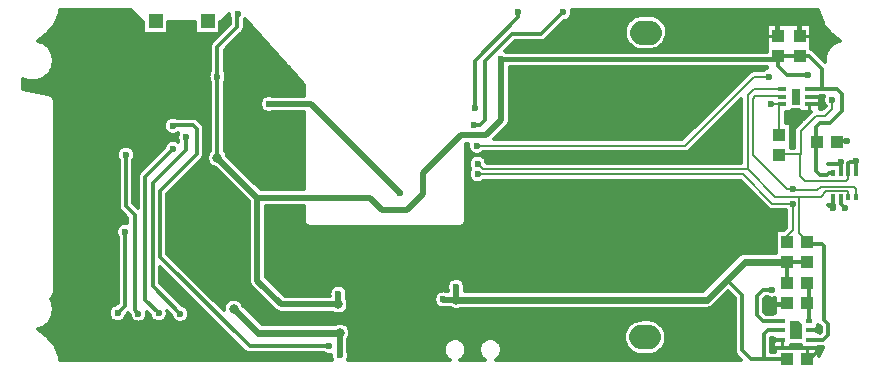
<source format=gbr>
G04 DipTrace 3.2.0.1*
G04 Bottom.gbr*
%MOIN*%
G04 #@! TF.FileFunction,Copper,L2,Bot*
G04 #@! TF.Part,Single*
%AMOUTLINE3*
4,1,16,
-0.011741,0.041358,
-0.029685,0.037294,
-0.044088,0.025848,
-0.052097,0.009286,
-0.052129,-0.009112,
-0.044175,-0.025701,
-0.02981,-0.037196,
-0.011881,-0.041319,
0.011741,-0.041358,
0.029685,-0.037294,
0.044088,-0.025848,
0.052097,-0.009286,
0.052129,0.009112,
0.044175,0.025701,
0.02981,0.037196,
0.011881,0.041319,
-0.011741,0.041358,
0*%
%AMOUTLINE9*
4,1,5,
-0.020669,0.029528,
-0.020669,-0.029528,
0.020669,-0.029528,
0.020669,0.017717,
0.008858,0.029528,
-0.020669,0.029528,
0*%
G04 #@! TA.AperFunction,CopperBalancing*
%ADD10C,0.009843*%
%ADD15C,0.011811*%
G04 #@! TA.AperFunction,Conductor*
%ADD16C,0.019685*%
%ADD17C,0.027559*%
%ADD18C,0.015748*%
G04 #@! TA.AperFunction,ViaPad*
%ADD19C,0.023622*%
G04 #@! TA.AperFunction,Conductor*
%ADD21C,0.007874*%
%ADD22C,0.005906*%
%ADD24R,0.03937X0.043307*%
%ADD25R,0.043307X0.03937*%
G04 #@! TA.AperFunction,ComponentPad*
%ADD33R,0.047244X0.047244*%
%ADD45R,0.031496X0.011811*%
%ADD46R,0.025591X0.05315*%
%ADD47R,0.01378X0.019685*%
%ADD49R,0.021654X0.015748*%
G04 #@! TA.AperFunction,ViaPad*
%ADD50C,0.031496*%
G04 #@! TA.AperFunction,ComponentPad*
%ADD104OUTLINE3*%
%ADD110OUTLINE9*%
%FSLAX26Y26*%
G04*
G70*
G90*
G75*
G01*
G04 Bottom*
%LPD*%
X-694618Y-277623D2*
D15*
X-726623D1*
X-888059Y-116188D1*
X-415990Y-260925D2*
X-256640D1*
X-208514Y-212799D1*
X-416062Y-294970D2*
X-231933D1*
X-207365Y-270402D1*
X-208514Y-212799D2*
D17*
X217707D1*
X328386D1*
X494230D1*
X533759Y-173270D1*
X575211Y-131818D1*
X623004Y-84025D1*
X707654Y625D1*
X-208514Y-212799D2*
D15*
Y-270402D1*
X-207365D1*
X-415990Y-260925D2*
Y-294898D1*
X-416062Y-294970D1*
X-633000Y53010D2*
Y315080D1*
X-530367Y417713D1*
X1338198Y75717D2*
Y40739D1*
X1338583Y40354D1*
X1312915Y-76350D2*
Y-40432D1*
X1312992Y-40354D1*
X1234252Y293898D2*
X1268140D1*
X1273068Y288970D1*
Y281741D1*
Y272967D1*
X1268408Y268307D1*
X1234252D1*
X1272385Y281741D2*
X1273068D1*
X574362Y-130969D2*
D17*
X575211Y-131818D1*
X533396Y-172909D2*
X533759Y-173270D1*
X470004Y-12916D2*
D15*
Y-60041D1*
Y-110022D1*
Y-60041D2*
X599020D1*
X622155Y-83176D1*
X564253Y216996D2*
X625659D1*
X628514Y219852D1*
X692776D1*
X707206Y-164790D2*
X770507D1*
X835953D1*
X837026Y-163717D1*
X707206Y-164790D2*
Y-194831D1*
X727592Y-215217D1*
Y-259205D1*
X729738Y-261350D1*
X625667Y-264570D2*
X677165D1*
X679311Y-262424D1*
X728664D1*
X729738Y-261350D1*
X812350Y-49990D2*
X865995D1*
X868140Y-47844D1*
X917493D1*
X812350Y-49990D2*
Y-95052D1*
X834881Y-117583D1*
Y-161571D1*
X837026Y-163717D1*
X-1212777Y543068D2*
X-1177281D1*
X-1176858Y542646D1*
X-1140802D1*
X-1140545Y542903D1*
X-1105442D1*
X-1104837Y542298D1*
X-546370Y-182500D2*
Y-212530D1*
Y-249885D1*
X-546382Y-249896D1*
X-520463Y-229442D2*
Y-263357D1*
X-519252Y-264568D1*
X-528067D1*
X-546382Y-282883D1*
X328386Y-208490D2*
D17*
Y-212799D1*
X282769Y-84944D2*
D15*
Y-130562D1*
X303676Y-151469D1*
Y-183780D1*
X328386Y-208490D1*
Y-229398D1*
X362598Y-263610D1*
Y-264681D1*
X420352Y-322434D1*
X410018D1*
X408215Y-320631D1*
X285743Y97126D2*
X413118D1*
X413440Y97448D1*
X537462Y376927D2*
X503249D1*
X469037Y342714D1*
X451930D1*
X410115Y300899D1*
X358797Y249580D1*
Y232474D1*
X313180Y186857D1*
X1262466Y-484724D2*
X1234252D1*
Y-484449D1*
X1110341Y-399982D2*
X1154005D1*
X1160850Y-393136D1*
X1225660Y-580743D2*
X1235037D1*
X1263286Y-552493D1*
X1115642Y-515936D2*
X1143692D1*
X1143701Y-515945D1*
X217707Y-285301D2*
Y-212799D1*
X202064Y-331870D2*
Y-330547D1*
X217449Y-315163D1*
Y-285559D1*
X217707Y-285301D1*
X1199034Y559273D2*
Y500656D1*
X1203427Y496264D1*
X1127211Y558386D2*
Y498671D1*
X1129807Y496075D1*
X1360802Y147020D2*
X1329100D1*
X1325954Y143875D1*
X-1046606Y-156293D2*
Y-402795D1*
X-1071583Y-427772D1*
X-366479Y-537298D2*
X-631579D1*
X-929753Y-239123D1*
Y-18940D1*
X-807867Y102946D1*
Y187493D1*
X-819882Y199508D1*
X-884648D1*
X-886839Y197318D1*
X-336311Y-397601D2*
D16*
X-526521D1*
X-605440Y-318682D1*
Y-42785D1*
X-738764Y90539D1*
X-605440Y-42785D2*
X-228856D1*
X-189008Y-82633D1*
X-105921D1*
X-53993Y-30705D1*
Y39399D1*
X72434Y165827D1*
X155730D1*
X207510Y217608D1*
Y418605D1*
X-738764Y90539D2*
D15*
Y361262D1*
Y460934D1*
X-672647Y527051D1*
Y569031D1*
X-671109Y570570D1*
X-738643Y361262D2*
X-738764D1*
X207510Y418605D2*
D18*
X1119266D1*
X1129807Y429146D1*
X1338583Y-40354D2*
D15*
Y-61891D1*
X1354639Y-77948D1*
X1391113Y78234D2*
X1389764D1*
Y40354D1*
X1364173D2*
Y71660D1*
X1369987Y77474D1*
X1390353D1*
X1364173Y40354D2*
D21*
Y19052D1*
X1357740Y12619D1*
X1221039D1*
X1204298Y29361D1*
Y102564D1*
X1205105D1*
Y178335D1*
X1256474Y229705D1*
X1285950D1*
X1310722Y254476D1*
Y283896D1*
X1230722Y365404D2*
D15*
X1158438D1*
X1128257Y395585D1*
Y427596D1*
X1129807Y429146D1*
X1203238D1*
X1203427Y429335D1*
X1312992Y40354D2*
X1298824D1*
X1291601Y33131D1*
X1268239D1*
X1255690Y45680D1*
Y147209D1*
Y192584D1*
X1268416Y205308D1*
X1302131D1*
X1343773Y246950D1*
Y303598D1*
X1327764Y319608D1*
X1276911D1*
X1234371D1*
X1234252Y319488D1*
X1276911Y319608D2*
Y385005D1*
X1232581Y429335D1*
X1203427D1*
X58022Y-382133D2*
D19*
X893029D1*
X958613Y-316549D1*
X1018814Y-256348D1*
X1159285D1*
D15*
X1226312D1*
X1227026Y-255634D1*
X1204298Y102564D2*
D21*
X1135546D1*
D15*
X1134127Y101146D1*
X1159285Y-256348D2*
Y-325923D1*
X1159629Y-326266D1*
X58022Y-382133D2*
D16*
Y-341333D1*
D15*
X56930Y-340241D1*
X58022Y-382133D2*
D16*
X13446D1*
Y-381815D1*
X1158731Y-580743D2*
D15*
X1039581D1*
X1009609Y-550770D1*
Y-367545D1*
X958613Y-316549D1*
X1143701Y-484449D2*
X1095531D1*
X1082962Y-497018D1*
Y-581172D1*
X1158302D1*
X1158731Y-580743D1*
X-335609Y-362201D2*
D16*
Y-396899D1*
D15*
X-336311Y-397601D1*
X1255690Y147209D2*
X1259025Y143875D1*
X-1043566Y100669D2*
Y-71160D1*
X-1014594Y-100131D1*
Y-416007D1*
X-1002088Y-428513D1*
X-886719Y119776D2*
X-978923Y27572D1*
Y-384420D1*
X-934912Y-428430D1*
X-843021Y158517D2*
Y117577D1*
X-954938Y5660D1*
Y-337513D1*
X-862783Y-429668D1*
X-684281Y-412866D2*
D19*
X-603272Y-493875D1*
X-330144D1*
D16*
X-330510Y-568262D1*
X118135Y255948D2*
D15*
Y414428D1*
X261930Y558223D1*
Y576303D1*
X117781Y200285D2*
X134991D1*
X151416Y216710D1*
Y411976D1*
X243114Y503675D1*
X340845D1*
X412587Y575416D1*
X-567083Y269990D2*
D16*
X-426353D1*
X-130916Y-25448D1*
X1364173Y-40354D2*
D22*
Y-24711D1*
X1359311Y-19849D1*
X1291333D1*
X1271497Y-39685D1*
X1198507D1*
X1120224D1*
X1028146Y52394D1*
Y300482D1*
X1048175Y320510D1*
X1142678D1*
X1143701Y319488D1*
X1198507Y-39685D2*
Y-160185D1*
X1227026Y-188705D1*
X1028146Y52394D2*
X146302D1*
X128172Y70524D1*
X1234252Y-515945D2*
D15*
X1280495D1*
X1296340Y-500100D1*
Y-464121D1*
X1282066Y-449846D1*
Y-203965D1*
X1274798Y-196697D1*
X1235018D1*
X1227026Y-188705D1*
X1389764Y-40354D2*
D22*
Y-13448D1*
X1382140Y-5824D1*
X1272642D1*
X1261344Y-17122D1*
X1179144D1*
Y-14865D1*
X1160752D1*
X1045213Y100675D1*
Y287018D1*
X1054329Y296135D1*
X1141463D1*
X1143701Y293898D1*
X1179144Y-14659D2*
Y-14865D1*
X1178556Y-62328D2*
Y-150988D1*
X1160907Y-168638D1*
Y-189419D1*
X1159285D1*
X1178556Y-62328D2*
X1111318D1*
X1013567Y35423D1*
X128765D1*
X128156Y36031D1*
X1143701Y-452953D2*
D15*
X1078579D1*
X1060089Y-434463D1*
Y-368941D1*
X1080231Y-348799D1*
X1110512D1*
X1134127Y168075D2*
D21*
X1132808D1*
Y268307D1*
X1143701D1*
X1107214D1*
Y268638D1*
X126572Y130303D2*
X819690D1*
X1049182Y359795D1*
X1099832D1*
X1234252Y-452953D2*
D15*
Y-386664D1*
Y-333961D1*
X1226558Y-326266D1*
X1234252Y-386664D2*
X1227780Y-393136D1*
D19*
X261930Y576303D3*
X412587Y575416D3*
X-671109Y570570D3*
X1199034Y559273D3*
X1127211Y558386D3*
X1164453D3*
X-1212777Y543068D3*
X-1140545Y542903D3*
X-1176858Y542646D3*
X-1104837Y542298D3*
X-530367Y417713D3*
X207510Y418605D3*
X-505134Y389213D3*
X303703Y386012D3*
X537462Y376927D3*
X1230722Y365404D3*
X-480633Y362223D3*
X281180Y361987D3*
X-738643Y361262D3*
X1099832Y359795D3*
X469037Y342714D3*
X256155Y334959D3*
X410115Y300899D3*
X1310722Y283896D3*
X1272385Y281741D3*
X1107214Y268638D3*
X-567083Y269990D3*
X118135Y255948D3*
X358797Y249580D3*
X628514Y219852D3*
X692776D3*
X564253Y216996D3*
X-614222Y202682D3*
X117781Y200285D3*
X-886839Y197318D3*
X313180Y186857D3*
X-613135Y169499D3*
X-843021Y158517D3*
X-612235Y134209D3*
X126572Y130303D3*
X-483547Y125005D3*
X-886719Y119776D3*
X-1043566Y100669D3*
X413440Y97448D3*
X285743Y97126D3*
D50*
X-738764Y90539D3*
D19*
X1391113Y78234D3*
X1338198Y75717D3*
X128172Y70524D3*
X-1226021Y69491D3*
X-633000Y53010D3*
X128156Y36031D3*
X-1226021Y30652D3*
D50*
X707654Y625D3*
D19*
X-1227487Y-11850D3*
X470004Y-12916D3*
X1179144Y-14659D3*
X-1011470Y-16923D3*
X-130916Y-25448D3*
X132345Y-44828D3*
X868140Y-47844D3*
X917493D3*
X-1227972Y-49479D3*
X812350Y-49990D3*
X-1011470Y-56031D3*
X156912Y-59434D3*
X470004Y-60041D3*
X1178556Y-62328D3*
X1312915Y-76350D3*
X1354639Y-77948D3*
X132877Y-78815D3*
X622155Y-83176D3*
X282769Y-84944D3*
X158152Y-95421D3*
X470004Y-110022D3*
X132937Y-111799D3*
X-888059Y-116188D3*
X-466789Y-117433D3*
X574362Y-130969D3*
X-792087Y-139403D3*
X-728220D3*
X-698491D3*
X-759052Y-139954D3*
D3*
X1110341Y-399982D3*
X-449270Y-150466D3*
X303676Y-151469D3*
X-411732Y-152469D3*
X-1046606Y-156293D3*
X837026Y-163717D3*
X707206Y-164790D3*
X770507D3*
X533396Y-172909D3*
X-546370Y-182500D3*
X-1081743Y-196942D3*
X328386Y-208490D3*
X-208514Y-212799D3*
X-546370Y-212530D3*
X-1082198Y-228339D3*
X-520463Y-229442D3*
X-546382Y-249896D3*
X-415990Y-260925D3*
X729738Y-261350D3*
X679311Y-262424D3*
X1360802Y147020D3*
X362598Y-263610D3*
X-519252Y-264568D3*
X625667Y-264570D3*
X-207365Y-270402D3*
X-694618Y-277623D3*
X-546382Y-282883D3*
X-416062Y-294970D3*
X-920606Y-304770D3*
X408215Y-320631D3*
X-899769Y-328501D3*
X202064Y-331870D3*
X1262466Y-484724D3*
D50*
X58022Y-382133D3*
X-336311Y-397601D3*
X-684281Y-412866D3*
D19*
X1093602Y-418264D3*
X-1071583Y-427772D3*
X-1002088Y-428513D3*
X-934912Y-428430D3*
X-862783Y-429668D3*
X1115642Y-515936D3*
X217707Y-285301D3*
D50*
X-330144Y-493875D3*
D19*
X-51127Y-450045D3*
X-366479Y-537298D3*
X-330510Y-568262D3*
X877114Y-568457D3*
X925079D3*
X427440Y-569123D3*
X466744Y-569789D3*
X-930906Y-570748D3*
X-1072298Y-571125D3*
X-863594D3*
X-1153524Y-572252D3*
X-1000098D3*
X-1223152Y-572412D3*
X1110512Y-348799D3*
X1263286Y-552493D3*
X13446Y-381815D3*
X56930Y-340241D3*
X-335609Y-362201D3*
X-1264455Y570997D2*
D15*
X-1016895D1*
X443437D2*
X1264455D1*
X-1269185Y559318D2*
X-1005199D1*
X-710144D2*
X-700096D1*
X439077D2*
X646753D1*
X731331D2*
X1269185D1*
X-1273937Y547638D2*
X-993526D1*
X-721818D2*
X-697928D1*
X-647375D2*
X-640762D1*
X425097D2*
X632058D1*
X745933D2*
X1273937D1*
X-1278665Y535958D2*
X-987898D1*
X-901912D2*
X-814654D1*
X-728669D2*
X-698988D1*
X-647375D2*
X-630499D1*
X408396D2*
X624654D1*
X753430D2*
X1164362D1*
X1242480D2*
X1278665D1*
X-1287201Y524278D2*
X-987898D1*
X-901912D2*
X-814654D1*
X-728669D2*
X-710685D1*
X-647537D2*
X-620210D1*
X396701D2*
X619025D1*
X759013D2*
X1090751D1*
X1242480D2*
X1287201D1*
X-1296428Y512598D2*
X-987898D1*
X-901912D2*
X-814654D1*
X-728669D2*
X-722367D1*
X-652197D2*
X-609945D1*
X385028D2*
X617571D1*
X760535D2*
X1090751D1*
X1242480D2*
X1296428D1*
X-1306186Y500919D2*
X-734030D1*
X-663524D2*
X-599680D1*
X373356D2*
X617549D1*
X760512D2*
X1090751D1*
X1242480D2*
X1306186D1*
X-1322657Y489239D2*
X-745726D1*
X-675196D2*
X-589413D1*
X361660D2*
X620131D1*
X757997D2*
X1090751D1*
X1242480D2*
X1322657D1*
X-1325310Y477559D2*
X-757375D1*
X-686892D2*
X-579126D1*
X252247D2*
X625714D1*
X752346D2*
X1090751D1*
X1242480D2*
X1325310D1*
X-1307039Y465879D2*
X-763534D1*
X-698564D2*
X-568860D1*
X240573D2*
X634942D1*
X743234D2*
X1090751D1*
X1242480D2*
X1307039D1*
X-1296589Y454199D2*
X-764042D1*
X-710238D2*
X-558594D1*
X228900D2*
X650352D1*
X727824D2*
X1090751D1*
X1242480D2*
X1296589D1*
X-1289923Y442520D2*
X-764042D1*
X-713490D2*
X-548329D1*
X1254660D2*
X1289923D1*
X-1285886Y430840D2*
X-764042D1*
X-713490D2*
X-538041D1*
X1266333D2*
X1285886D1*
X-1284063Y419160D2*
X-764042D1*
X-713490D2*
X-527776D1*
X1278005D2*
X1284051D1*
X-1284224Y407480D2*
X-764042D1*
X-713490D2*
X-517509D1*
X-1286416Y395801D2*
X-764042D1*
X-713490D2*
X-507244D1*
X-1290823Y384121D2*
X-764042D1*
X-713490D2*
X-496955D1*
X236720D2*
X1081085D1*
X-1298020Y372441D2*
X-767664D1*
X-709614D2*
X-486690D1*
X236720D2*
X1029365D1*
X-1309323Y360761D2*
X-769808D1*
X-707469D2*
X-476425D1*
X236720D2*
X1017669D1*
X-1386602Y349081D2*
X-1377927D1*
X-1330269D2*
X-767248D1*
X-710052D2*
X-466159D1*
X236720D2*
X1005997D1*
X-1386602Y337402D2*
X-764042D1*
X-713490D2*
X-455871D1*
X236720D2*
X994324D1*
X-1386602Y325722D2*
X-764042D1*
X-713490D2*
X-451465D1*
X236720D2*
X982629D1*
X-1350131Y314042D2*
X-764042D1*
X-713490D2*
X-451465D1*
X236720D2*
X970957D1*
X-1297189Y302362D2*
X-764042D1*
X-713490D2*
X-451488D1*
X236720D2*
X959283D1*
X-1283879Y290682D2*
X-764042D1*
X-713490D2*
X-589991D1*
X236720D2*
X947588D1*
X1269378D2*
X1280327D1*
X-1279843Y279003D2*
X-764042D1*
X-713490D2*
X-596888D1*
X236720D2*
X935915D1*
X1269378D2*
X1279934D1*
X-1279335Y267323D2*
X-764042D1*
X-713490D2*
X-598134D1*
X236720D2*
X924243D1*
X989189D2*
X1005812D1*
X1269378D2*
X1284525D1*
X-1279335Y255643D2*
X-764042D1*
X-713490D2*
X-594604D1*
X236720D2*
X912547D1*
X977493D2*
X1005812D1*
X1269378D2*
X1279427D1*
X-1279335Y243963D2*
X-764042D1*
X-713490D2*
X-583185D1*
X236720D2*
X900874D1*
X965822D2*
X1005812D1*
X1156113D2*
X1238249D1*
X-1279335Y232283D2*
X-764042D1*
X-713490D2*
X-451558D1*
X236720D2*
X889202D1*
X954148D2*
X1005812D1*
X1156113D2*
X1226577D1*
X-1279335Y220604D2*
X-906928D1*
X-807055D2*
X-764042D1*
X-713490D2*
X-451580D1*
X236720D2*
X877529D1*
X942453D2*
X1005812D1*
X1156113D2*
X1214904D1*
X-1279335Y208924D2*
X-915693D1*
X-794045D2*
X-764042D1*
X-713490D2*
X-451604D1*
X235337D2*
X865833D1*
X930780D2*
X1005812D1*
X1156113D2*
X1203232D1*
X-1279335Y197244D2*
X-918024D1*
X-784656D2*
X-764042D1*
X-713490D2*
X-451604D1*
X227978D2*
X854161D1*
X919108D2*
X1005812D1*
X1173182D2*
X1191537D1*
X-1279335Y185564D2*
X-915625D1*
X-782602D2*
X-764042D1*
X-713490D2*
X-451626D1*
X216282D2*
X842488D1*
X907434D2*
X1005812D1*
X1173182D2*
X1183001D1*
X-1279335Y173885D2*
X-906743D1*
X-782602D2*
X-764042D1*
X-713490D2*
X-451626D1*
X204610D2*
X830793D1*
X895739D2*
X1005812D1*
X1173182D2*
X1181802D1*
X-1279335Y162205D2*
X-873986D1*
X-782602D2*
X-764042D1*
X-713490D2*
X-451650D1*
X192937D2*
X819119D1*
X884067D2*
X1005812D1*
X1173182D2*
X1181802D1*
X-1279335Y150525D2*
X-873109D1*
X-782602D2*
X-764042D1*
X-713490D2*
X-451672D1*
X872394D2*
X1005812D1*
X1173182D2*
X1181802D1*
X-1279335Y138845D2*
X-911056D1*
X-782602D2*
X-764042D1*
X-713490D2*
X-451672D1*
X860698D2*
X1005812D1*
X1173182D2*
X1181802D1*
X-1279335Y127165D2*
X-1058810D1*
X-1028304D2*
X-916986D1*
X-782602D2*
X-764042D1*
X-713490D2*
X-451696D1*
X849026D2*
X1005812D1*
X1173182D2*
X1181802D1*
X-1279335Y115486D2*
X-1070828D1*
X-1016308D2*
X-926259D1*
X-782602D2*
X-764042D1*
X-713490D2*
X-451696D1*
X89959D2*
X99316D1*
X837353D2*
X1005812D1*
X-1279335Y103806D2*
X-1074589D1*
X-1012549D2*
X-937954D1*
X-782602D2*
X-771193D1*
X-706339D2*
X-451719D1*
X89937D2*
X111335D1*
X141818D2*
X1005812D1*
X-1279335Y92126D2*
X-1073504D1*
X-1013633D2*
X-949627D1*
X-785163D2*
X-773846D1*
X-699533D2*
X-451719D1*
X89913D2*
X106168D1*
X150168D2*
X1005812D1*
X-1279335Y80446D2*
X-1068845D1*
X-1018293D2*
X-961299D1*
X-795106D2*
X-772346D1*
X-687837D2*
X-451741D1*
X89891D2*
X98688D1*
X157665D2*
X1005812D1*
X-1279335Y68766D2*
X-1068845D1*
X-1018293D2*
X-972995D1*
X-806802D2*
X-765979D1*
X-676165D2*
X-451765D1*
X89867D2*
X97041D1*
X1298883D2*
X1338898D1*
X-1279335Y57087D2*
X-1068845D1*
X-1018293D2*
X-984668D1*
X-818474D2*
X-746140D1*
X-664492D2*
X-451765D1*
X89845D2*
X100169D1*
X-1279335Y45407D2*
X-1068845D1*
X-1018293D2*
X-996341D1*
X-830147D2*
X-734445D1*
X-652797D2*
X-451787D1*
X89822D2*
X98455D1*
X-1279335Y33727D2*
X-1068845D1*
X-1018293D2*
X-1003399D1*
X-841819D2*
X-722773D1*
X-641125D2*
X-451787D1*
X89798D2*
X97073D1*
X-1279335Y22047D2*
X-1068845D1*
X-1018293D2*
X-1004207D1*
X-853514D2*
X-711100D1*
X-629451D2*
X-451811D1*
X89776D2*
X100424D1*
X-1279335Y10367D2*
X-1068845D1*
X-1018293D2*
X-1004207D1*
X-865188D2*
X-699427D1*
X-617778D2*
X-451833D1*
X89752D2*
X111450D1*
X144862D2*
X1007542D1*
X-1279335Y-1312D2*
X-1068845D1*
X-1018293D2*
X-1004207D1*
X-876860D2*
X-687731D1*
X-606083D2*
X-451833D1*
X89730D2*
X1019215D1*
X-1279335Y-12992D2*
X-1068845D1*
X-1018293D2*
X-1004207D1*
X-888555D2*
X-676059D1*
X-594411D2*
X-451857D1*
X89706D2*
X1030911D1*
X-1279335Y-24672D2*
X-1068845D1*
X-1018293D2*
X-1004207D1*
X-900228D2*
X-664386D1*
X89682D2*
X1042584D1*
X-1279335Y-36352D2*
X-1068845D1*
X-1018293D2*
X-1004207D1*
X-904472D2*
X-652690D1*
X89660D2*
X1054256D1*
X-1279335Y-48031D2*
X-1068845D1*
X-1018293D2*
X-1004207D1*
X-904472D2*
X-641018D1*
X89660D2*
X1065951D1*
X-1279335Y-59711D2*
X-1068845D1*
X-1018293D2*
X-1004207D1*
X-904472D2*
X-634651D1*
X89636D2*
X1077625D1*
X-1279335Y-71391D2*
X-1068845D1*
X-904472D2*
X-634651D1*
X-576232D2*
X-451927D1*
X89614D2*
X1089297D1*
X-1279335Y-83071D2*
X-1065684D1*
X-904472D2*
X-634651D1*
X-576232D2*
X-451927D1*
X89591D2*
X1106045D1*
X-1279335Y-94751D2*
X-1055234D1*
X-904472D2*
X-634651D1*
X-576232D2*
X-451949D1*
X89568D2*
X1156241D1*
X-1279335Y-106430D2*
X-1043562D1*
X-904472D2*
X-634651D1*
X-576232D2*
X-451949D1*
X89545D2*
X1156241D1*
X-1279335Y-118110D2*
X-1039870D1*
X-904472D2*
X-634651D1*
X-576232D2*
X-451972D1*
X89521D2*
X1156241D1*
X-1279335Y-129790D2*
X-1061854D1*
X-904472D2*
X-634651D1*
X-576232D2*
X-449480D1*
X87215D2*
X1156241D1*
X-1279335Y-141470D2*
X-1073874D1*
X-904472D2*
X-634651D1*
X-576232D2*
X1156241D1*
X-1279335Y-153150D2*
X-1077634D1*
X-904472D2*
X-634651D1*
X-576232D2*
X1120232D1*
X-1279335Y-164829D2*
X-1076550D1*
X-904472D2*
X-634651D1*
X-576232D2*
X1120232D1*
X-1279335Y-176509D2*
X-1071890D1*
X-904472D2*
X-634651D1*
X-576232D2*
X1120232D1*
X-1279335Y-188189D2*
X-1071890D1*
X-904472D2*
X-634651D1*
X-576232D2*
X1120232D1*
X-1279335Y-199869D2*
X-1071890D1*
X-904472D2*
X-634651D1*
X-576232D2*
X1120232D1*
X-1279335Y-211549D2*
X-1071890D1*
X-904472D2*
X-634651D1*
X-576232D2*
X1120232D1*
X-1279335Y-223228D2*
X-1071890D1*
X-904472D2*
X-634651D1*
X-576232D2*
X1120232D1*
X-1279335Y-234908D2*
X-1071890D1*
X-898706D2*
X-634651D1*
X-576232D2*
X996655D1*
X-1279335Y-246588D2*
X-1071890D1*
X-887033D2*
X-634651D1*
X-576232D2*
X984958D1*
X-1279335Y-258268D2*
X-1071890D1*
X-875361D2*
X-634651D1*
X-576232D2*
X973286D1*
X-1279335Y-269948D2*
X-1071890D1*
X-863665D2*
X-634651D1*
X-576232D2*
X961613D1*
X-1279335Y-281627D2*
X-1071890D1*
X-929664D2*
X-922497D1*
X-851992D2*
X-634651D1*
X-576232D2*
X949917D1*
X-1279335Y-293307D2*
X-1071890D1*
X-929664D2*
X-910825D1*
X-840320D2*
X-634651D1*
X-576232D2*
X938245D1*
X-1279335Y-304987D2*
X-1071890D1*
X-929664D2*
X-899154D1*
X-828625D2*
X-634651D1*
X-576232D2*
X926572D1*
X-1279335Y-316667D2*
X-1071890D1*
X-929664D2*
X-887458D1*
X-816951D2*
X-634651D1*
X-566636D2*
X37193D1*
X76672D2*
X914877D1*
X-1279335Y-328346D2*
X-1071890D1*
X-928856D2*
X-875785D1*
X-805278D2*
X-632944D1*
X-554941D2*
X28219D1*
X85646D2*
X903205D1*
X-1279335Y-340026D2*
X-1071890D1*
X-917160D2*
X-864113D1*
X-793583D2*
X-624916D1*
X-543268D2*
X-357000D1*
X-314222D2*
X25751D1*
X88114D2*
X891531D1*
X-1279335Y-351706D2*
X-1071890D1*
X-905488D2*
X-852417D1*
X-781911D2*
X-613244D1*
X-531596D2*
X-364890D1*
X-306332D2*
X28035D1*
X87238D2*
X879860D1*
X-1280811Y-363386D2*
X-1071890D1*
X-893815D2*
X-840744D1*
X-770238D2*
X-601571D1*
X-519923D2*
X-366757D1*
X-304441D2*
X-11412D1*
X955394D2*
X970194D1*
X-1288217Y-375066D2*
X-1071890D1*
X-882119D2*
X-829072D1*
X-758566D2*
X-589875D1*
X-306402D2*
X-16971D1*
X943698D2*
X981867D1*
X-1289623Y-386745D2*
X-1071890D1*
X-870448D2*
X-817375D1*
X-746870D2*
X-707133D1*
X-661424D2*
X-578202D1*
X-302987D2*
X-17318D1*
X932026D2*
X984336D1*
X1085362D2*
X1119816D1*
X-1285724Y-398425D2*
X-1078995D1*
X-858774D2*
X-805703D1*
X-735197D2*
X-716175D1*
X-652382D2*
X-566530D1*
X-301211D2*
X-12727D1*
X920353D2*
X984336D1*
X1085362D2*
X1119816D1*
X-1284017Y-410105D2*
X-1097010D1*
X-838866D2*
X-794030D1*
X-643430D2*
X-554835D1*
X-303587D2*
X2291D1*
X905059D2*
X984336D1*
X1085362D2*
X1119816D1*
X-1284294Y-421785D2*
X-1102155D1*
X-832661D2*
X-782358D1*
X-631759D2*
X-541870D1*
X-311315D2*
X984336D1*
X1085362D2*
X1119816D1*
X-1286601Y-433465D2*
X-1102224D1*
X-1040946D2*
X-1032858D1*
X-904150D2*
X-894240D1*
X-831853D2*
X-770663D1*
X-620085D2*
X984336D1*
X-1291169Y-445144D2*
X-1097219D1*
X-1045951D2*
X-1028244D1*
X-975938D2*
X-961000D1*
X-908810D2*
X-889672D1*
X-835913D2*
X-758990D1*
X-608390D2*
X984336D1*
X-1298551Y-456824D2*
X-1080240D1*
X-1062930D2*
X-1013203D1*
X-990979D2*
X-945774D1*
X-924035D2*
X-876707D1*
X-848856D2*
X-747318D1*
X-596718D2*
X644538D1*
X730131D2*
X984336D1*
X-1310177Y-468504D2*
X-735622D1*
X-306425D2*
X629913D1*
X744688D2*
X984336D1*
X-1332345Y-480184D2*
X-723949D1*
X-297912D2*
X622761D1*
X751908D2*
X984336D1*
X1264441D2*
X1271052D1*
X-1318966Y-491864D2*
X-712276D1*
X-295075D2*
X617156D1*
X757467D2*
X984336D1*
X-1303602Y-503543D2*
X-700580D1*
X-296436D2*
X615864D1*
X758828D2*
X984336D1*
X-1294352Y-515223D2*
X-688908D1*
X-301026D2*
X35163D1*
X71043D2*
X153273D1*
X189154D2*
X615841D1*
X758806D2*
X984336D1*
X-1285101Y-526903D2*
X-677235D1*
X-301096D2*
X21299D1*
X84908D2*
X139409D1*
X203018D2*
X618609D1*
X756106D2*
X984336D1*
X-1277605Y-538583D2*
X-665539D1*
X-301142D2*
X15579D1*
X90652D2*
X133689D1*
X208762D2*
X624215D1*
X750454D2*
X984336D1*
X1173898D2*
X1204063D1*
X-1272852Y-550262D2*
X-653867D1*
X-301211D2*
X14079D1*
X92151D2*
X132189D1*
X210261D2*
X633719D1*
X741020D2*
X984336D1*
X1108245D2*
X1117718D1*
X1266680D2*
X1272852D1*
X-1268123Y-561942D2*
X-384774D1*
X-300012D2*
X16270D1*
X89959D2*
X134381D1*
X208070D2*
X649567D1*
X725240D2*
X987081D1*
X-1263786Y-573622D2*
X-361198D1*
X-299804D2*
X22983D1*
X83224D2*
X141093D1*
X201335D2*
X997207D1*
X1166734Y536106D2*
X1241301D1*
Y451807D1*
X1245171Y449879D1*
X1248230Y447656D1*
X1270497Y425493D1*
X1285163Y410828D1*
X1285278Y419707D1*
X1285916Y425089D1*
X1286972Y430406D1*
X1288444Y435622D1*
X1290320Y440707D1*
X1292589Y445630D1*
X1295238Y450358D1*
X1298249Y454866D1*
X1301605Y459122D1*
X1305283Y463102D1*
X1309264Y466781D1*
X1313520Y470136D1*
X1318028Y473148D1*
X1322756Y475797D1*
X1327678Y478066D1*
X1332764Y479942D1*
X1335759Y480786D1*
X1306182Y501850D1*
X1280837Y533828D1*
X1278051Y540374D1*
X1265122Y572479D1*
X1264045Y582699D1*
X441715Y582677D1*
X442495Y577770D1*
Y573062D1*
X441757Y568412D1*
X440303Y563936D1*
X438165Y559741D1*
X435399Y555933D1*
X432070Y552604D1*
X428261Y549837D1*
X424067Y547699D1*
X419591Y546245D1*
X416996Y545752D1*
X356493Y485353D1*
X353434Y483130D1*
X350066Y481413D1*
X346470Y480245D1*
X342736Y479654D1*
X311318Y479580D1*
X253115D1*
X219584Y446070D1*
X222327Y444665D1*
X1091930Y444668D1*
X1091933Y535917D1*
X1165554D1*
X1165552Y536106D1*
X1166734D1*
X1094432Y389303D2*
X1091933D1*
Y392555D1*
X235539Y392542D1*
X235455Y215408D1*
X234768Y211064D1*
X233408Y206881D1*
X231411Y202961D1*
X228825Y199403D1*
X210629Y181083D1*
X181969Y152423D1*
X810528Y152429D1*
X1034812Y376621D1*
X1037622Y378661D1*
X1040715Y380238D1*
X1044017Y381310D1*
X1047446Y381853D1*
X1079563Y381921D1*
X1082198Y384066D1*
X1086213Y386525D1*
X1090562Y388327D1*
X1094516Y389302D1*
X1121008Y-426891D2*
Y-376906D1*
X1117516Y-377970D1*
X1112866Y-378707D1*
X1108157D1*
X1103508Y-377970D1*
X1099031Y-376516D1*
X1094837Y-374378D1*
X1092655Y-372894D1*
X1088917Y-374188D1*
X1084171Y-378934D1*
X1084184Y-424467D1*
X1088562Y-428861D1*
X1114681Y-428858D1*
X1114685Y-426890D1*
X1121029D1*
X1124794Y-542869D2*
X1265503D1*
Y-571349D1*
X1278177Y-540060D1*
X1263262Y-540039D1*
X1263268Y-542008D1*
X1205236D1*
Y-532157D1*
X1172713Y-532165D1*
X1172717Y-542008D1*
X1114685D1*
Y-508551D1*
X1107045Y-508543D1*
X1107056Y-556650D1*
X1118867Y-556648D1*
X1118888Y-542869D1*
X1124794D1*
X-1285278Y408875D2*
X-1285916Y403493D1*
X-1286972Y398177D1*
X-1288444Y392961D1*
X-1290320Y387875D1*
X-1292589Y382953D1*
X-1295238Y378224D1*
X-1298249Y373717D1*
X-1301605Y369461D1*
X-1305283Y365480D1*
X-1309264Y361802D1*
X-1313520Y358446D1*
X-1318028Y355434D1*
X-1322756Y352786D1*
X-1327678Y350517D1*
X-1332764Y348640D1*
X-1337980Y347169D1*
X-1343297Y346113D1*
X-1348678Y345475D1*
X-1354094Y345262D1*
X-1359510Y345475D1*
X-1364892Y346113D1*
X-1370209Y347169D1*
X-1375425Y348640D1*
X-1380510Y350517D1*
X-1387780Y354100D1*
X-1387795Y321400D1*
X-1303304Y304280D1*
X-1294879Y300929D1*
X-1291550Y298181D1*
X-1286958Y293991D1*
X-1282260Y285598D1*
X-1281424Y281364D1*
X-1280512Y275673D1*
X-1280585Y-355256D1*
X-1282260Y-364339D1*
X-1286617Y-372197D1*
X-1287768Y-373644D1*
X-1294352Y-379323D1*
X-1290320Y-387875D1*
X-1288444Y-392961D1*
X-1286972Y-398177D1*
X-1285916Y-403493D1*
X-1285278Y-408875D1*
X-1285066Y-414291D1*
X-1285278Y-419707D1*
X-1285916Y-425089D1*
X-1286972Y-430406D1*
X-1288444Y-435622D1*
X-1290320Y-440707D1*
X-1292589Y-445630D1*
X-1295238Y-450358D1*
X-1298249Y-454866D1*
X-1301605Y-459122D1*
X-1305283Y-463102D1*
X-1309264Y-466781D1*
X-1313520Y-470136D1*
X-1318028Y-473148D1*
X-1322756Y-475797D1*
X-1327678Y-478066D1*
X-1332764Y-479942D1*
X-1335759Y-480786D1*
X-1306181Y-501852D1*
X-1280836Y-533829D1*
X-1278049Y-540375D1*
X-1265121Y-572478D1*
X-1264043Y-582699D1*
X-356823Y-582677D1*
X-358227Y-579743D1*
X-359681Y-575266D1*
X-360419Y-570617D1*
X-360449Y-566690D1*
X-364125Y-567206D1*
X-368833D1*
X-373483Y-566469D1*
X-377959Y-565014D1*
X-382154Y-562877D1*
X-384336Y-561392D1*
X-633470Y-561318D1*
X-637203Y-560727D1*
X-640799Y-559558D1*
X-644168Y-557841D1*
X-647227Y-555619D1*
X-669495Y-533457D1*
X-930860Y-272092D1*
X-930844Y-327517D1*
X-858381Y-399996D1*
X-853513Y-401136D1*
X-849164Y-402938D1*
X-845150Y-405398D1*
X-841571Y-408455D1*
X-838513Y-412034D1*
X-836054Y-416049D1*
X-834252Y-420398D1*
X-833152Y-424975D1*
X-832783Y-429668D1*
X-833152Y-434361D1*
X-834252Y-438938D1*
X-836054Y-443287D1*
X-838513Y-447302D1*
X-841571Y-450881D1*
X-845150Y-453938D1*
X-849164Y-456398D1*
X-853513Y-458199D1*
X-858091Y-459299D1*
X-862783Y-459668D1*
X-867476Y-459299D1*
X-872054Y-458199D1*
X-876403Y-456398D1*
X-880417Y-453938D1*
X-883996Y-450881D1*
X-887054Y-447302D1*
X-889513Y-443287D1*
X-891315Y-438938D1*
X-892448Y-434077D1*
X-905969Y-420558D1*
X-905281Y-423738D1*
X-904912Y-428430D1*
X-905281Y-433123D1*
X-906381Y-437701D1*
X-908182Y-442050D1*
X-910642Y-446064D1*
X-913699Y-449643D1*
X-917278Y-452701D1*
X-921293Y-455160D1*
X-925642Y-456962D1*
X-930219Y-458062D1*
X-934912Y-458430D1*
X-939605Y-458062D1*
X-944182Y-456962D1*
X-948531Y-455160D1*
X-952546Y-452701D1*
X-956125Y-449643D1*
X-959182Y-446064D1*
X-961642Y-442050D1*
X-963444Y-437701D1*
X-964576Y-432840D1*
X-972290Y-425127D1*
X-972088Y-428513D1*
X-972457Y-433206D1*
X-973556Y-437783D1*
X-975358Y-442133D1*
X-977818Y-446147D1*
X-980875Y-449726D1*
X-984454Y-452783D1*
X-988469Y-455243D1*
X-992818Y-457045D1*
X-997395Y-458144D1*
X-1002088Y-458513D1*
X-1006781Y-458144D1*
X-1011358Y-457045D1*
X-1015707Y-455243D1*
X-1019722Y-452783D1*
X-1023301Y-449726D1*
X-1026358Y-446147D1*
X-1028818Y-442133D1*
X-1030619Y-437783D1*
X-1031752Y-432923D1*
X-1034088Y-430169D1*
X-1036066Y-426938D1*
X-1037920Y-428184D1*
X-1041917Y-432181D1*
X-1043051Y-437042D1*
X-1044853Y-441391D1*
X-1047312Y-445406D1*
X-1050370Y-448984D1*
X-1053949Y-452042D1*
X-1057963Y-454501D1*
X-1062312Y-456303D1*
X-1066890Y-457403D1*
X-1071583Y-457772D1*
X-1076276Y-457403D1*
X-1080853Y-456303D1*
X-1085202Y-454501D1*
X-1089217Y-452042D1*
X-1092795Y-448984D1*
X-1095853Y-445406D1*
X-1098312Y-441391D1*
X-1100114Y-437042D1*
X-1101214Y-432465D1*
X-1101583Y-427772D1*
X-1101214Y-423079D1*
X-1100114Y-418501D1*
X-1098312Y-414152D1*
X-1095853Y-410138D1*
X-1092795Y-406559D1*
X-1089217Y-403501D1*
X-1085202Y-401042D1*
X-1080853Y-399240D1*
X-1075992Y-398108D1*
X-1070693Y-392807D1*
X-1070701Y-174164D1*
X-1073336Y-169912D1*
X-1075138Y-165563D1*
X-1076238Y-160986D1*
X-1076606Y-156293D1*
X-1076238Y-151600D1*
X-1075138Y-147022D1*
X-1073336Y-142673D1*
X-1070877Y-138659D1*
X-1067819Y-135080D1*
X-1064240Y-132022D1*
X-1060226Y-129563D1*
X-1055877Y-127761D1*
X-1051299Y-126661D1*
X-1046606Y-126293D1*
X-1041913Y-126661D1*
X-1038690Y-127379D1*
X-1038689Y-110096D1*
X-1061887Y-86808D1*
X-1064110Y-83749D1*
X-1065827Y-80381D1*
X-1066995Y-76785D1*
X-1067587Y-73051D1*
X-1067660Y-41633D1*
Y82776D1*
X-1070295Y87050D1*
X-1072097Y91399D1*
X-1073197Y95976D1*
X-1073566Y100669D1*
X-1073197Y105362D1*
X-1072097Y109940D1*
X-1070295Y114289D1*
X-1067836Y118303D1*
X-1064778Y121882D1*
X-1061199Y124940D1*
X-1057185Y127399D1*
X-1052836Y129201D1*
X-1048259Y130301D1*
X-1043566Y130669D1*
X-1038873Y130301D1*
X-1034295Y129201D1*
X-1029946Y127399D1*
X-1025932Y124940D1*
X-1022353Y121882D1*
X-1019295Y118303D1*
X-1016836Y114289D1*
X-1015034Y109940D1*
X-1013934Y105362D1*
X-1013566Y100669D1*
X-1013934Y95976D1*
X-1015034Y91399D1*
X-1016836Y87050D1*
X-1019471Y82812D1*
Y-61202D1*
X-1003022Y-77629D1*
X-1002942Y29463D1*
X-1002352Y33197D1*
X-1001182Y36793D1*
X-999466Y40161D1*
X-997244Y43220D1*
X-975081Y65488D1*
X-916407Y124163D1*
X-915251Y129046D1*
X-913449Y133395D1*
X-910990Y137409D1*
X-907932Y140988D1*
X-904353Y144046D1*
X-900339Y146505D1*
X-895990Y148307D1*
X-891412Y149407D1*
X-886719Y149776D1*
X-882026Y149407D1*
X-877449Y148307D1*
X-873100Y146505D1*
X-869430Y144276D1*
X-871552Y149247D1*
X-872652Y153824D1*
X-873021Y158517D1*
X-872652Y163210D1*
X-871552Y167787D1*
X-869751Y172136D1*
X-869270Y172996D1*
X-873219Y170588D1*
X-877568Y168786D1*
X-882146Y167686D1*
X-886839Y167318D1*
X-891531Y167686D1*
X-896109Y168786D1*
X-900458Y170588D1*
X-904472Y173047D1*
X-908051Y176105D1*
X-911109Y179684D1*
X-913568Y183698D1*
X-915370Y188047D1*
X-916470Y192625D1*
X-916839Y197318D1*
X-916470Y202010D1*
X-915370Y206588D1*
X-913568Y210937D1*
X-911109Y214951D1*
X-908051Y218530D1*
X-904472Y221588D1*
X-900458Y224047D1*
X-896109Y225849D1*
X-891531Y226949D1*
X-886839Y227318D1*
X-882146Y226949D1*
X-877568Y225849D1*
X-873219Y224047D1*
X-872424Y223602D1*
X-817991Y223528D1*
X-814257Y222937D1*
X-810661Y221768D1*
X-807293Y220052D1*
X-804234Y217829D1*
X-790829Y204531D1*
X-788374Y201656D1*
X-786399Y198432D1*
X-784953Y194940D1*
X-784070Y191262D1*
X-783773Y187486D1*
X-783848Y101055D1*
X-784438Y97322D1*
X-785608Y93726D1*
X-787323Y90357D1*
X-789546Y87298D1*
X-811709Y65030D1*
X-905650Y-28911D1*
X-905659Y-229161D1*
X-718001Y-416801D1*
X-718218Y-412866D1*
X-717801Y-407558D1*
X-716556Y-402379D1*
X-714518Y-397459D1*
X-711736Y-392919D1*
X-708278Y-388869D1*
X-704228Y-385411D1*
X-699688Y-382629D1*
X-694768Y-380591D1*
X-689589Y-379346D1*
X-684281Y-378929D1*
X-678972Y-379346D1*
X-673794Y-380591D1*
X-668874Y-382629D1*
X-664333Y-385411D1*
X-660283Y-388869D1*
X-656825Y-392919D1*
X-654043Y-397459D1*
X-652005Y-402379D1*
X-651871Y-402850D1*
X-590856Y-463865D1*
X-345990Y-463875D1*
X-343131Y-462521D1*
X-338067Y-460877D1*
X-332807Y-460043D1*
X-327482D1*
X-322222Y-460877D1*
X-317157Y-462521D1*
X-312412Y-464940D1*
X-308104Y-468070D1*
X-304339Y-471835D1*
X-301209Y-476143D1*
X-298790Y-480888D1*
X-297146Y-485953D1*
X-296312Y-491213D1*
Y-496538D1*
X-297146Y-501798D1*
X-298790Y-506862D1*
X-301209Y-511608D1*
X-302209Y-513105D1*
X-302427Y-557705D1*
X-301340Y-561259D1*
X-300602Y-565908D1*
Y-570617D1*
X-301340Y-575266D1*
X-302794Y-579743D1*
X-304226Y-582677D1*
X35432D1*
X30850Y-579827D1*
X26331Y-575967D1*
X22471Y-571448D1*
X19366Y-566381D1*
X17092Y-560890D1*
X15703Y-555112D1*
X15238Y-549186D1*
X15703Y-543261D1*
X17092Y-537483D1*
X19366Y-531992D1*
X22471Y-526925D1*
X26331Y-522406D1*
X30850Y-518546D1*
X35917Y-515441D1*
X41408Y-513167D1*
X47186Y-511778D1*
X53112Y-511312D1*
X59037Y-511778D1*
X64815Y-513167D1*
X70306Y-515441D1*
X75373Y-518546D1*
X79892Y-522406D1*
X83752Y-526925D1*
X86857Y-531992D1*
X89131Y-537483D1*
X90520Y-543261D1*
X90986Y-549186D1*
X90520Y-555112D1*
X89131Y-560890D1*
X86857Y-566381D1*
X83752Y-571448D1*
X79892Y-575967D1*
X75373Y-579827D1*
X70762Y-582677D1*
X153542Y-582678D1*
X148961Y-579827D1*
X144441Y-575967D1*
X140581Y-571448D1*
X137476Y-566381D1*
X135202Y-560890D1*
X133814Y-555112D1*
X133348Y-549186D1*
X133814Y-543261D1*
X135202Y-537483D1*
X137476Y-531992D1*
X140581Y-526925D1*
X144441Y-522406D1*
X148961Y-518546D1*
X154028Y-515441D1*
X159518Y-513167D1*
X165297Y-511778D1*
X171222Y-511312D1*
X177147Y-511778D1*
X182925Y-513167D1*
X188416Y-515441D1*
X193483Y-518546D1*
X198003Y-522406D1*
X201862Y-526925D1*
X204967Y-531992D1*
X207241Y-537483D1*
X208630Y-543261D1*
X209096Y-549186D1*
X208630Y-555112D1*
X207241Y-560890D1*
X204967Y-566381D1*
X201862Y-571448D1*
X198003Y-575967D1*
X193483Y-579827D1*
X188873Y-582677D1*
X1007442Y-582678D1*
X991287Y-566419D1*
X989064Y-563360D1*
X987349Y-559991D1*
X986180Y-556395D1*
X985589Y-552661D1*
X985514Y-521243D1*
Y-377504D1*
X962802Y-354812D1*
X912512Y-404945D1*
X908703Y-407711D1*
X904509Y-409849D1*
X900033Y-411303D1*
X895383Y-412041D1*
X875312Y-412133D1*
X73892D1*
X68509Y-414408D1*
X63331Y-415652D1*
X58022Y-416070D1*
X52714Y-415652D1*
X47535Y-414408D1*
X42615Y-412370D1*
X38932Y-410160D1*
X23259Y-410164D1*
X18139Y-411446D1*
X13446Y-411815D1*
X8753Y-411446D1*
X4176Y-410346D1*
X-173Y-408545D1*
X-4188Y-406085D1*
X-7766Y-403028D1*
X-10824Y-399449D1*
X-13283Y-395434D1*
X-15085Y-391085D1*
X-16185Y-386508D1*
X-16554Y-381815D1*
X-16185Y-377122D1*
X-15085Y-372545D1*
X-13283Y-368196D1*
X-10824Y-364181D1*
X-7766Y-360602D1*
X-4188Y-357545D1*
X-173Y-355085D1*
X4176Y-353283D1*
X8753Y-352184D1*
X13446Y-351815D1*
X18139Y-352184D1*
X22717Y-353283D1*
X25257Y-354101D1*
X29987D1*
X27760Y-347245D1*
X27022Y-342596D1*
Y-337887D1*
X27760Y-333238D1*
X29214Y-328761D1*
X31352Y-324567D1*
X34118Y-320759D1*
X37448Y-317429D1*
X41256Y-314663D1*
X45450Y-312525D1*
X49927Y-311071D1*
X54576Y-310333D1*
X59285D1*
X63934Y-311071D1*
X68411Y-312525D1*
X72605Y-314663D1*
X76413Y-317429D1*
X79743Y-320759D1*
X82509Y-324567D1*
X84647Y-328761D1*
X86101Y-333238D1*
X86839Y-337887D1*
Y-342596D1*
X86054Y-347413D1*
X87550Y-352133D1*
X880618D1*
X999331Y-233535D1*
X1003139Y-230769D1*
X1007333Y-228631D1*
X1011810Y-227177D1*
X1016459Y-226440D1*
X1036530Y-226348D1*
X1121399D1*
X1121411Y-149576D1*
X1150133Y-149512D1*
X1157424Y-142220D1*
X1157344Y-83541D1*
X1149029Y-83470D1*
X1109659Y-83404D1*
X1106382Y-82886D1*
X1103227Y-81861D1*
X1100270Y-80354D1*
X1097587Y-78404D1*
X1067138Y-48047D1*
X1004810Y14281D1*
X148802D1*
X145790Y11761D1*
X141776Y9302D1*
X137427Y7500D1*
X132849Y6400D1*
X128156Y6031D1*
X123463Y6400D1*
X118886Y7500D1*
X114537Y9302D1*
X110522Y11761D1*
X106944Y14819D1*
X103886Y18398D1*
X101427Y22412D1*
X99625Y26761D1*
X98525Y31339D1*
X98156Y36031D1*
X98525Y40724D1*
X99625Y45302D1*
X101427Y49651D1*
X103625Y53274D1*
X101442Y56904D1*
X99640Y61253D1*
X98541Y65831D1*
X98172Y70524D1*
X98541Y75217D1*
X99640Y79794D1*
X101442Y84143D1*
X103902Y88157D1*
X106959Y91736D1*
X110538Y94794D1*
X114552Y97253D1*
X118902Y99055D1*
X123479Y100155D1*
X125059Y100341D1*
X121879Y100672D1*
X117302Y101772D1*
X112953Y103573D1*
X108938Y106033D1*
X105360Y109091D1*
X102302Y112669D1*
X99843Y116684D1*
X98041Y121033D1*
X96941Y125610D1*
X96572Y130303D1*
X96941Y134996D1*
X97538Y137794D1*
X88812Y137675D1*
X88273Y-122415D1*
X87822Y-125234D1*
X86934Y-127946D1*
X85634Y-130487D1*
X83953Y-132793D1*
X81930Y-134807D1*
X79618Y-136480D1*
X77072Y-137772D1*
X74357Y-138648D1*
X71531Y-139091D1*
X-83413Y-139035D1*
X-434045Y-138732D1*
X-436864Y-138283D1*
X-439577Y-137399D1*
X-442119Y-136102D1*
X-444428Y-134423D1*
X-446445Y-132403D1*
X-448121Y-130093D1*
X-449415Y-127549D1*
X-450294Y-124833D1*
X-450739Y-122014D1*
X-450736Y-70820D1*
X-577396Y-70816D1*
X-577408Y-307080D1*
X-514907Y-369573D1*
X-364696Y-369570D1*
X-365517Y-364555D1*
Y-359846D1*
X-364780Y-355197D1*
X-363325Y-350720D1*
X-361188Y-346526D1*
X-358421Y-342718D1*
X-355092Y-339388D1*
X-351283Y-336622D1*
X-347089Y-334484D1*
X-342613Y-333030D1*
X-337963Y-332293D1*
X-333255D1*
X-328605Y-333030D1*
X-324129Y-334484D1*
X-319934Y-336622D1*
X-316126Y-339388D1*
X-312797Y-342718D1*
X-310030Y-346526D1*
X-307892Y-350720D1*
X-306438Y-355197D1*
X-305701Y-359846D1*
Y-364555D1*
X-306438Y-369205D1*
X-307577Y-372827D1*
Y-379525D1*
X-304957Y-384614D1*
X-303312Y-389678D1*
X-302479Y-394938D1*
Y-400264D1*
X-303312Y-405524D1*
X-304957Y-410588D1*
X-307375Y-415333D1*
X-310505Y-419642D1*
X-314270Y-423407D1*
X-318579Y-426537D1*
X-323324Y-428955D1*
X-328388Y-430600D1*
X-333648Y-431433D1*
X-338974D1*
X-344234Y-430600D1*
X-349298Y-428955D1*
X-354043Y-426537D1*
X-355402Y-425629D1*
X-528720Y-425546D1*
X-533064Y-424858D1*
X-537248Y-423499D1*
X-541168Y-421501D1*
X-544726Y-418916D1*
X-563046Y-400719D1*
X-626755Y-336887D1*
X-629340Y-333329D1*
X-631337Y-329409D1*
X-632697Y-325227D1*
X-633385Y-320882D1*
X-633471Y-295060D1*
X-633613Y-54255D1*
X-745071Y57205D1*
X-749251Y58264D1*
X-754171Y60302D1*
X-758711Y63084D1*
X-762761Y66542D1*
X-766219Y70592D1*
X-769001Y75133D1*
X-771039Y80052D1*
X-772283Y85231D1*
X-772701Y90539D1*
X-772283Y95848D1*
X-771039Y101026D1*
X-769001Y105946D1*
X-766219Y110487D1*
X-762853Y114437D1*
X-762913Y343629D1*
X-765373Y347643D1*
X-767175Y351992D1*
X-768274Y356570D1*
X-768643Y361262D1*
X-768274Y365955D1*
X-767175Y370533D1*
X-765373Y374882D1*
X-762858Y378979D1*
X-762783Y462825D1*
X-762193Y466559D1*
X-761024Y470155D1*
X-759308Y473524D1*
X-757085Y476583D1*
X-734923Y498850D1*
X-696736Y537037D1*
X-696741Y554987D1*
X-698825Y559089D1*
X-700280Y563566D1*
X-701017Y568215D1*
X-701070Y569567D1*
X-726311Y544434D1*
X-727957Y543596D1*
X-729783Y543307D1*
X-729861Y503913D1*
X-765294Y503814D1*
X-813483D1*
Y543329D1*
X-903094Y543307D1*
X-903089Y503814D1*
X-986711D1*
Y543421D1*
X-988253Y543950D1*
X-989749Y545038D1*
X-1027394Y582682D1*
X-1264046Y582676D1*
X-1265163Y572307D1*
X-1280459Y534478D1*
X-1284776Y528823D1*
X-1306310Y501730D1*
X-1335703Y480827D1*
X-1327678Y478066D1*
X-1322756Y475797D1*
X-1318028Y473148D1*
X-1313520Y470136D1*
X-1309264Y466781D1*
X-1305283Y463102D1*
X-1301605Y459122D1*
X-1298249Y454866D1*
X-1295238Y450358D1*
X-1292589Y445630D1*
X-1290320Y440707D1*
X-1288444Y435622D1*
X-1286972Y430406D1*
X-1285916Y425089D1*
X-1285278Y419707D1*
X-1285066Y414291D1*
X-1285278Y408875D1*
X1154916Y207917D2*
X1172001D1*
Y124678D1*
X1182997Y124690D1*
X1183046Y180071D1*
X1183589Y183500D1*
X1184663Y186802D1*
X1186239Y189896D1*
X1188280Y192705D1*
X1214514Y219035D1*
X1239692Y244214D1*
X1200315Y244213D1*
Y249135D1*
X1177630Y249134D1*
X1177638Y244213D1*
X1154916D1*
X1154934Y207937D1*
X-645719Y554612D2*
X-648552Y550810D1*
X-648627Y525160D1*
X-649218Y521427D1*
X-650387Y517831D1*
X-652102Y514462D1*
X-654325Y511403D1*
X-676488Y489135D1*
X-714675Y450949D1*
X-714669Y379295D1*
X-711913Y374882D1*
X-710112Y370533D1*
X-709012Y365955D1*
X-708643Y361262D1*
X-709012Y356570D1*
X-710112Y351992D1*
X-711913Y347643D1*
X-714675Y343245D1*
X-714669Y114454D1*
X-711308Y110487D1*
X-708526Y105946D1*
X-706488Y101026D1*
X-705446Y96860D1*
X-593815Y-14768D1*
X-450673Y-14753D1*
X-450375Y241941D1*
X-556390Y241958D1*
X-560079Y240819D1*
X-564728Y240081D1*
X-569437D1*
X-574087Y240819D1*
X-578563Y242273D1*
X-582757Y244411D1*
X-586566Y247177D1*
X-589895Y250507D1*
X-592661Y254315D1*
X-594799Y258509D1*
X-596253Y262986D1*
X-596991Y267635D1*
Y272344D1*
X-596253Y276993D1*
X-594799Y281470D1*
X-592661Y285664D1*
X-589895Y289472D1*
X-586566Y292802D1*
X-582757Y295568D1*
X-578563Y297706D1*
X-574087Y299160D1*
X-569437Y299898D1*
X-564728D1*
X-560079Y299160D1*
X-556457Y298021D1*
X-450333D1*
X-450272Y332369D1*
X-645707Y554605D1*
X1288591Y263676D2*
X1286451Y266262D1*
X1283992Y270277D1*
X1282190Y274626D1*
X1281091Y279203D1*
X1280722Y283896D1*
X1281091Y288589D1*
X1282190Y293167D1*
X1283071Y295518D1*
X1268168Y295513D1*
X1268189Y251833D1*
X1276797Y251831D1*
X1288589Y263635D1*
X146793Y108172D2*
X144206Y106033D1*
X140192Y103573D1*
X135843Y101772D1*
X131265Y100672D1*
X129685Y100486D1*
X132865Y100155D1*
X137442Y99055D1*
X141791Y97253D1*
X145806Y94794D1*
X149385Y91736D1*
X152442Y88157D1*
X154902Y84143D1*
X156703Y79794D1*
X157803Y75217D1*
X158113Y73535D1*
X1007007D1*
X1007004Y286331D1*
X834060Y113478D1*
X831251Y111437D1*
X828157Y109861D1*
X824856Y108789D1*
X821427Y108245D1*
X784257Y108177D1*
X146854D1*
X653656Y-452835D2*
X672781Y-448545D1*
X675626Y-448325D1*
X700675Y-448423D1*
X709050Y-450151D1*
X722602Y-453325D1*
X725249Y-454392D1*
X727701Y-455864D1*
X743955Y-468906D1*
X745878Y-471016D1*
X747449Y-473406D1*
X756433Y-492209D1*
X757249Y-494944D1*
X757629Y-497778D1*
X757564Y-518617D1*
X757114Y-521436D1*
X756224Y-524154D1*
X747129Y-542900D1*
X745499Y-545243D1*
X743518Y-547306D1*
X727186Y-560251D1*
X724702Y-561655D1*
X722022Y-562655D1*
X701693Y-567231D1*
X693143Y-567411D1*
X674000Y-567322D1*
X665625Y-565594D1*
X652072Y-562420D1*
X649425Y-561353D1*
X646974Y-559882D1*
X630719Y-546840D1*
X628797Y-544730D1*
X627226Y-542340D1*
X618241Y-523537D1*
X617425Y-520802D1*
X617046Y-517967D1*
X617110Y-497129D1*
X617560Y-494310D1*
X618450Y-491592D1*
X627546Y-472846D1*
X629176Y-470503D1*
X631156Y-468440D1*
X647488Y-455495D1*
X649972Y-454091D1*
X652652Y-453091D1*
X655358Y562911D2*
X674483Y567201D1*
X677328Y567420D1*
X702377Y567323D1*
X710752Y565594D1*
X724304Y562420D1*
X726951Y561353D1*
X729403Y559882D1*
X745657Y546840D1*
X747580Y544730D1*
X749151Y542340D1*
X758135Y523537D1*
X758951Y520802D1*
X759331Y517967D1*
X759266Y497129D1*
X758816Y494310D1*
X757927Y491592D1*
X748831Y472845D1*
X747201Y470503D1*
X745220Y468438D1*
X728888Y455495D1*
X726404Y454091D1*
X723724Y453091D1*
X703395Y448514D1*
X694845Y448335D1*
X675702Y448423D1*
X667327Y450151D1*
X653774Y453325D1*
X651127Y454392D1*
X648676Y455864D1*
X632421Y468906D1*
X630499Y471016D1*
X628928Y473406D1*
X619944Y492209D1*
X619127Y494944D1*
X618748Y497778D1*
X618812Y518617D1*
X619262Y521436D1*
X620152Y524154D1*
X629248Y542900D1*
X630878Y545243D1*
X632858Y547306D1*
X649190Y560251D1*
X651675Y561655D1*
X654354Y562655D1*
X1314685Y68386D2*
X1340075D1*
X1334646Y68898D1*
X1297762D1*
X1299724Y68386D1*
X1314685D1*
X1315382Y-68386D2*
X1297521D1*
X1300033Y-68898D1*
X1315512D1*
X1263268Y-479013D2*
Y-491843D1*
X1270492Y-491850D1*
X1272249Y-490115D1*
X1272245Y-474101D1*
X1263739Y-465490D1*
X1263268Y-468228D1*
X1263245Y-479016D1*
X1203427Y536083D2*
D10*
Y496264D1*
X1241277D1*
X1129807Y535894D2*
Y496075D1*
X1091957D2*
X1129807D1*
X1121031Y-393136D2*
X1160850D1*
X1225660Y-542892D2*
Y-580743D1*
X1234252Y293898D2*
X1268167D1*
X1234252Y268307D2*
Y244235D1*
Y268307D2*
X1268167D1*
X1338583Y68362D2*
Y40354D1*
X1312992Y-40354D2*
Y-68362D1*
X1234252Y-484449D2*
X1263245D1*
X1143701Y-515945D2*
Y-541986D1*
X1114709Y-515945D2*
X1143701D1*
D24*
X1203427Y496264D3*
Y429335D3*
X1129807Y496075D3*
Y429146D3*
D25*
X1227780Y-393136D3*
X1160850D3*
X1158731Y-580743D3*
X1225660D3*
X1325954Y143875D3*
X1259025D3*
D24*
X1134127Y168075D3*
Y101146D3*
X1227026Y-188705D3*
Y-255634D3*
X1159285Y-189419D3*
Y-256348D3*
D25*
X1226558Y-326266D3*
X1159629D3*
D33*
X-944900Y545625D3*
X-771672D3*
D104*
X687337Y-507873D3*
X689039Y507873D3*
D45*
X1234252Y319488D3*
Y293898D3*
Y268307D3*
X1143701D3*
Y293898D3*
Y319488D3*
D46*
X1188976Y293898D3*
D47*
X1338583Y40354D3*
X1364173D3*
Y-40354D3*
X1338583D3*
X1312992Y40354D3*
X1389764D3*
Y-40354D3*
X1312992D3*
D110*
X1188976Y-484449D3*
D49*
X1234252D3*
X1143701D3*
X1234252Y-452953D3*
Y-515945D3*
X1143701D3*
Y-452953D3*
M02*

</source>
